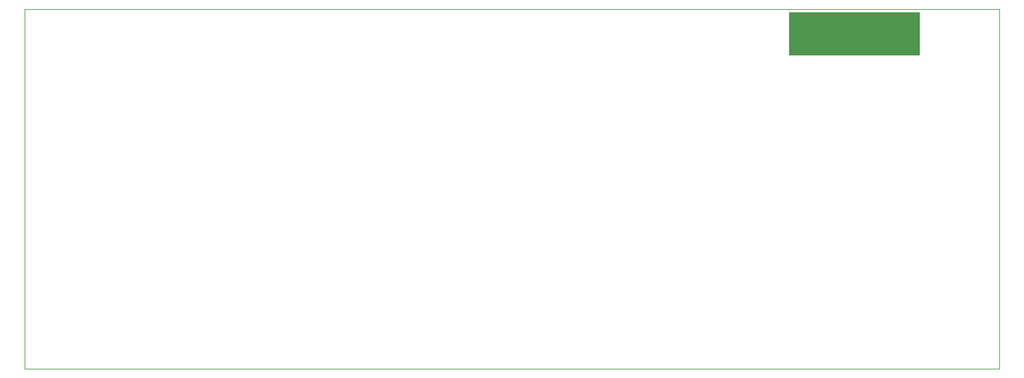
<source format=gko>
G04 Layer_Color=16711935*
%FSLAX25Y25*%
%MOIN*%
G70*
G01*
G75*
%ADD29C,0.00394*%
%ADD45R,0.71000X0.23500*%
D29*
X173000Y100000D02*
Y294500D01*
Y100000D02*
X700000D01*
Y294500D01*
X173000D02*
X700000D01*
D45*
X621508Y281249D02*
D03*
M02*

</source>
